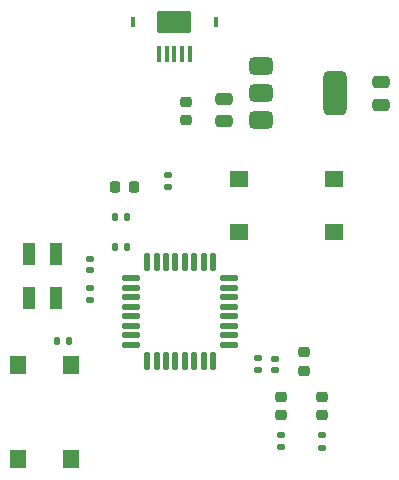
<source format=gtp>
%TF.GenerationSoftware,KiCad,Pcbnew,8.0.9*%
%TF.CreationDate,2025-03-10T14:56:04+11:00*%
%TF.ProjectId,stm32l05_dev_board,73746d33-326c-4303-955f-6465765f626f,rev?*%
%TF.SameCoordinates,Original*%
%TF.FileFunction,Paste,Top*%
%TF.FilePolarity,Positive*%
%FSLAX46Y46*%
G04 Gerber Fmt 4.6, Leading zero omitted, Abs format (unit mm)*
G04 Created by KiCad (PCBNEW 8.0.9) date 2025-03-10 14:56:04*
%MOMM*%
%LPD*%
G01*
G04 APERTURE LIST*
G04 Aperture macros list*
%AMRoundRect*
0 Rectangle with rounded corners*
0 $1 Rounding radius*
0 $2 $3 $4 $5 $6 $7 $8 $9 X,Y pos of 4 corners*
0 Add a 4 corners polygon primitive as box body*
4,1,4,$2,$3,$4,$5,$6,$7,$8,$9,$2,$3,0*
0 Add four circle primitives for the rounded corners*
1,1,$1+$1,$2,$3*
1,1,$1+$1,$4,$5*
1,1,$1+$1,$6,$7*
1,1,$1+$1,$8,$9*
0 Add four rect primitives between the rounded corners*
20,1,$1+$1,$2,$3,$4,$5,0*
20,1,$1+$1,$4,$5,$6,$7,0*
20,1,$1+$1,$6,$7,$8,$9,0*
20,1,$1+$1,$8,$9,$2,$3,0*%
G04 Aperture macros list end*
%ADD10RoundRect,0.135000X-0.185000X0.135000X-0.185000X-0.135000X0.185000X-0.135000X0.185000X0.135000X0*%
%ADD11RoundRect,0.375000X-0.625000X-0.375000X0.625000X-0.375000X0.625000X0.375000X-0.625000X0.375000X0*%
%ADD12RoundRect,0.500000X-0.500000X-1.400000X0.500000X-1.400000X0.500000X1.400000X-0.500000X1.400000X0*%
%ADD13RoundRect,0.218750X-0.218750X-0.256250X0.218750X-0.256250X0.218750X0.256250X-0.218750X0.256250X0*%
%ADD14RoundRect,0.140000X0.170000X-0.140000X0.170000X0.140000X-0.170000X0.140000X-0.170000X-0.140000X0*%
%ADD15RoundRect,0.140000X-0.140000X-0.170000X0.140000X-0.170000X0.140000X0.170000X-0.140000X0.170000X0*%
%ADD16RoundRect,0.125000X-0.625000X-0.125000X0.625000X-0.125000X0.625000X0.125000X-0.625000X0.125000X0*%
%ADD17RoundRect,0.125000X-0.125000X-0.625000X0.125000X-0.625000X0.125000X0.625000X-0.125000X0.625000X0*%
%ADD18RoundRect,0.135000X0.185000X-0.135000X0.185000X0.135000X-0.185000X0.135000X-0.185000X-0.135000X0*%
%ADD19R,1.600000X1.400000*%
%ADD20R,0.300000X0.850000*%
%ADD21RoundRect,0.100000X0.100000X0.575000X-0.100000X0.575000X-0.100000X-0.575000X0.100000X-0.575000X0*%
%ADD22RoundRect,0.250000X1.200000X0.700000X-1.200000X0.700000X-1.200000X-0.700000X1.200000X-0.700000X0*%
%ADD23RoundRect,0.218750X0.256250X-0.218750X0.256250X0.218750X-0.256250X0.218750X-0.256250X-0.218750X0*%
%ADD24RoundRect,0.140000X-0.170000X0.140000X-0.170000X-0.140000X0.170000X-0.140000X0.170000X0.140000X0*%
%ADD25RoundRect,0.250000X-0.475000X0.250000X-0.475000X-0.250000X0.475000X-0.250000X0.475000X0.250000X0*%
%ADD26RoundRect,0.225000X-0.250000X0.225000X-0.250000X-0.225000X0.250000X-0.225000X0.250000X0.225000X0*%
%ADD27RoundRect,0.135000X-0.135000X-0.185000X0.135000X-0.185000X0.135000X0.185000X-0.135000X0.185000X0*%
%ADD28RoundRect,0.225000X0.250000X-0.225000X0.250000X0.225000X-0.250000X0.225000X-0.250000X-0.225000X0*%
%ADD29R,1.400000X1.600000*%
%ADD30RoundRect,0.250000X0.475000X-0.250000X0.475000X0.250000X-0.475000X0.250000X-0.475000X-0.250000X0*%
%ADD31R,1.100000X1.900000*%
G04 APERTURE END LIST*
D10*
%TO.C,R6*%
X151100000Y-109090000D03*
X151100000Y-110110000D03*
%TD*%
D11*
%TO.C,U2*%
X145950000Y-77790000D03*
X145950000Y-80090000D03*
D12*
X152250000Y-80090000D03*
D11*
X145950000Y-82390000D03*
%TD*%
D13*
%TO.C,D1*%
X133600000Y-88090000D03*
X135175000Y-88090000D03*
%TD*%
D14*
%TO.C,C10*%
X131425000Y-97590000D03*
X131425000Y-96630000D03*
%TD*%
D15*
%TO.C,C4*%
X128687500Y-101090000D03*
X129647500Y-101090000D03*
%TD*%
D16*
%TO.C,U1*%
X134925000Y-95790000D03*
X134925000Y-96590000D03*
X134925000Y-97390000D03*
X134925000Y-98190000D03*
X134925000Y-98990000D03*
X134925000Y-99790000D03*
X134925000Y-100590000D03*
X134925000Y-101390000D03*
D17*
X136300000Y-102765000D03*
X137100000Y-102765000D03*
X137900000Y-102765000D03*
X138700000Y-102765000D03*
X139500000Y-102765000D03*
X140300000Y-102765000D03*
X141100000Y-102765000D03*
X141900000Y-102765000D03*
D16*
X143275000Y-101390000D03*
X143275000Y-100590000D03*
X143275000Y-99790000D03*
X143275000Y-98990000D03*
X143275000Y-98190000D03*
X143275000Y-97390000D03*
X143275000Y-96590000D03*
X143275000Y-95790000D03*
D17*
X141900000Y-94415000D03*
X141100000Y-94415000D03*
X140300000Y-94415000D03*
X139500000Y-94415000D03*
X138700000Y-94415000D03*
X137900000Y-94415000D03*
X137100000Y-94415000D03*
X136300000Y-94415000D03*
%TD*%
D18*
%TO.C,R2*%
X138100000Y-88090000D03*
X138100000Y-87070000D03*
%TD*%
D19*
%TO.C,SW3*%
X144100000Y-87340000D03*
X152100000Y-87340000D03*
X144100000Y-91840000D03*
X152100000Y-91840000D03*
%TD*%
D20*
%TO.C,J1*%
X142100000Y-74090000D03*
X135100000Y-74090000D03*
D21*
X137300000Y-76765000D03*
X137950000Y-76765000D03*
X138600000Y-76765000D03*
X139250000Y-76765000D03*
X139900000Y-76765000D03*
D22*
X138600000Y-74090000D03*
%TD*%
D23*
%TO.C,D3*%
X151100000Y-107377500D03*
X151100000Y-105802500D03*
%TD*%
D24*
%TO.C,C8*%
X145725000Y-102555000D03*
X145725000Y-103515000D03*
%TD*%
D25*
%TO.C,C3*%
X156100000Y-79190000D03*
X156100000Y-81090000D03*
%TD*%
D26*
%TO.C,C5*%
X149600000Y-102040000D03*
X149600000Y-103590000D03*
%TD*%
D14*
%TO.C,C9*%
X131425000Y-95090000D03*
X131425000Y-94130000D03*
%TD*%
D10*
%TO.C,R5*%
X147600000Y-109080000D03*
X147600000Y-110100000D03*
%TD*%
D24*
%TO.C,C7*%
X147100000Y-102610000D03*
X147100000Y-103570000D03*
%TD*%
D27*
%TO.C,R1*%
X133590000Y-90590000D03*
X134610000Y-90590000D03*
%TD*%
D15*
%TO.C,C6*%
X133620000Y-93090000D03*
X134580000Y-93090000D03*
%TD*%
D23*
%TO.C,D2*%
X147600000Y-107377500D03*
X147600000Y-105802500D03*
%TD*%
D28*
%TO.C,C1*%
X139600000Y-82365000D03*
X139600000Y-80815000D03*
%TD*%
D29*
%TO.C,SW2*%
X125350000Y-111090000D03*
X125350000Y-103090000D03*
X129850000Y-111090000D03*
X129850000Y-103090000D03*
%TD*%
D30*
%TO.C,C2*%
X142800000Y-82490000D03*
X142800000Y-80590000D03*
%TD*%
D31*
%TO.C,Y2*%
X126275000Y-93740000D03*
X126275000Y-97440000D03*
X128575000Y-97440000D03*
X128575000Y-93740000D03*
%TD*%
M02*

</source>
